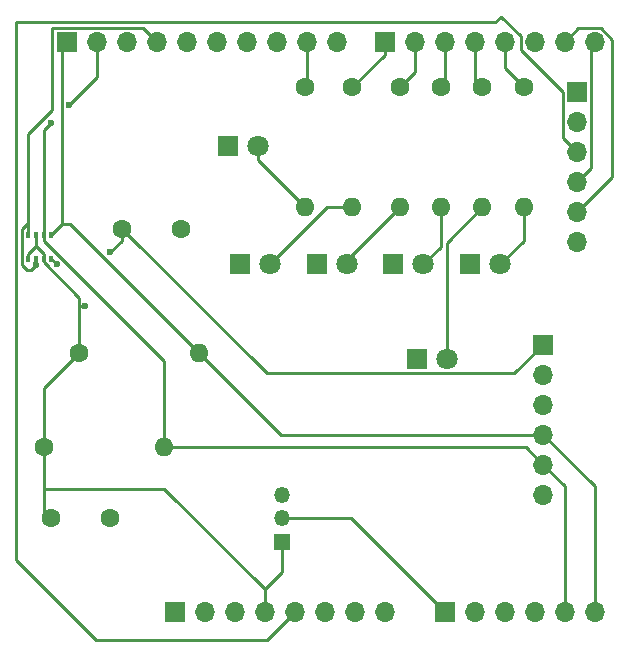
<source format=gbr>
%TF.GenerationSoftware,KiCad,Pcbnew,8.0.8*%
%TF.CreationDate,2025-03-12T21:02:29-06:00*%
%TF.ProjectId,PhaseD,50686173-6544-42e6-9b69-6361645f7063,rev?*%
%TF.SameCoordinates,Original*%
%TF.FileFunction,Copper,L1,Top*%
%TF.FilePolarity,Positive*%
%FSLAX46Y46*%
G04 Gerber Fmt 4.6, Leading zero omitted, Abs format (unit mm)*
G04 Created by KiCad (PCBNEW 8.0.8) date 2025-03-12 21:02:29*
%MOMM*%
%LPD*%
G01*
G04 APERTURE LIST*
%TA.AperFunction,ComponentPad*%
%ADD10R,1.700000X1.700000*%
%TD*%
%TA.AperFunction,ComponentPad*%
%ADD11O,1.700000X1.700000*%
%TD*%
%TA.AperFunction,ComponentPad*%
%ADD12R,1.800000X1.800000*%
%TD*%
%TA.AperFunction,ComponentPad*%
%ADD13C,1.800000*%
%TD*%
%TA.AperFunction,SMDPad,CuDef*%
%ADD14R,0.355600X0.508000*%
%TD*%
%TA.AperFunction,ComponentPad*%
%ADD15C,1.600000*%
%TD*%
%TA.AperFunction,ComponentPad*%
%ADD16O,1.600000X1.600000*%
%TD*%
%TA.AperFunction,ComponentPad*%
%ADD17R,1.350000X1.350000*%
%TD*%
%TA.AperFunction,ComponentPad*%
%ADD18O,1.350000X1.350000*%
%TD*%
%TA.AperFunction,ViaPad*%
%ADD19C,0.600000*%
%TD*%
%TA.AperFunction,Conductor*%
%ADD20C,0.250000*%
%TD*%
G04 APERTURE END LIST*
D10*
%TO.P,J1,1,Pin_1*%
%TO.N,unconnected-(J1-Pin_1-Pad1)*%
X127940000Y-97460000D03*
D11*
%TO.P,J1,2,Pin_2*%
%TO.N,/IOREF*%
X130480000Y-97460000D03*
%TO.P,J1,3,Pin_3*%
%TO.N,/~{RESET}*%
X133020000Y-97460000D03*
%TO.P,J1,4,Pin_4*%
%TO.N,+3V3*%
X135560000Y-97460000D03*
%TO.P,J1,5,Pin_5*%
%TO.N,+5V*%
X138100000Y-97460000D03*
%TO.P,J1,6,Pin_6*%
%TO.N,GND*%
X140640000Y-97460000D03*
%TO.P,J1,7,Pin_7*%
X143180000Y-97460000D03*
%TO.P,J1,8,Pin_8*%
%TO.N,VCC*%
X145720000Y-97460000D03*
%TD*%
D10*
%TO.P,J3,1,Pin_1*%
%TO.N,/External temp sensor*%
X150800000Y-97460000D03*
D11*
%TO.P,J3,2,Pin_2*%
%TO.N,/A1*%
X153340000Y-97460000D03*
%TO.P,J3,3,Pin_3*%
%TO.N,/A2*%
X155880000Y-97460000D03*
%TO.P,J3,4,Pin_4*%
%TO.N,/A3*%
X158420000Y-97460000D03*
%TO.P,J3,5,Pin_5*%
%TO.N,/SDA{slash}A4*%
X160960000Y-97460000D03*
%TO.P,J3,6,Pin_6*%
%TO.N,/SCL{slash}A5*%
X163500000Y-97460000D03*
%TD*%
D10*
%TO.P,J2,1,Pin_1*%
%TO.N,/SCL{slash}A5*%
X118796000Y-49200000D03*
D11*
%TO.P,J2,2,Pin_2*%
%TO.N,/SDA{slash}A4*%
X121336000Y-49200000D03*
%TO.P,J2,3,Pin_3*%
%TO.N,/AREF*%
X123876000Y-49200000D03*
%TO.P,J2,4,Pin_4*%
%TO.N,GND*%
X126416000Y-49200000D03*
%TO.P,J2,5,Pin_5*%
%TO.N,/13*%
X128956000Y-49200000D03*
%TO.P,J2,6,Pin_6*%
%TO.N,/12*%
X131496000Y-49200000D03*
%TO.P,J2,7,Pin_7*%
%TO.N,/\u002A11*%
X134036000Y-49200000D03*
%TO.P,J2,8,Pin_8*%
%TO.N,/\u002A10*%
X136576000Y-49200000D03*
%TO.P,J2,9,Pin_9*%
%TO.N,/Accelerometer LED*%
X139116000Y-49200000D03*
%TO.P,J2,10,Pin_10*%
%TO.N,/8*%
X141656000Y-49200000D03*
%TD*%
D10*
%TO.P,J4,1,Pin_1*%
%TO.N,/Pressure LED*%
X145720000Y-49200000D03*
D11*
%TO.P,J4,2,Pin_2*%
%TO.N,/Humidity LED*%
X148260000Y-49200000D03*
%TO.P,J4,3,Pin_3*%
%TO.N,/External temp LED*%
X150800000Y-49200000D03*
%TO.P,J4,4,Pin_4*%
%TO.N,/Internal Temp LED*%
X153340000Y-49200000D03*
%TO.P,J4,5,Pin_5*%
%TO.N,/Arduino on LED*%
X155880000Y-49200000D03*
%TO.P,J4,6,Pin_6*%
%TO.N,/2*%
X158420000Y-49200000D03*
%TO.P,J4,7,Pin_7*%
%TO.N,/RX openlog*%
X160960000Y-49200000D03*
%TO.P,J4,8,Pin_8*%
%TO.N,/TX openlog*%
X163500000Y-49200000D03*
%TD*%
D12*
%TO.P,D2,1,K*%
%TO.N,GND*%
X148460000Y-76000000D03*
D13*
%TO.P,D2,2,A*%
%TO.N,Net-(D2-A)*%
X151000000Y-76000000D03*
%TD*%
D14*
%TO.P,U1,8,VDD*%
%TO.N,+3V3*%
X115550002Y-67549998D03*
%TO.P,U1,7,GND*%
%TO.N,GND*%
X116200000Y-67549998D03*
%TO.P,U1,6,VDDIO*%
%TO.N,+3V3*%
X116850002Y-67549998D03*
%TO.P,U1,5,SDO*%
%TO.N,GND*%
X117500000Y-67549998D03*
%TO.P,U1,4,SCK*%
%TO.N,/SCL{slash}A5*%
X117500000Y-65500000D03*
%TO.P,U1,3,SDI*%
%TO.N,/SDA{slash}A4*%
X116850002Y-65500000D03*
%TO.P,U1,2,CSB*%
%TO.N,+3V3*%
X116200000Y-65500000D03*
%TO.P,U1,1,GND*%
%TO.N,GND*%
X115550002Y-65500000D03*
%TD*%
D15*
%TO.P,R1,1*%
%TO.N,/Arduino on LED*%
X157500000Y-53000000D03*
D16*
%TO.P,R1,2*%
%TO.N,Net-(D1-A)*%
X157500000Y-63160000D03*
%TD*%
D15*
%TO.P,C2,1*%
%TO.N,+3V3*%
X117500000Y-89500000D03*
%TO.P,C2,2*%
%TO.N,GND*%
X122500000Y-89500000D03*
%TD*%
%TO.P,R6,1*%
%TO.N,/Accelerometer LED*%
X139000000Y-53000000D03*
D16*
%TO.P,R6,2*%
%TO.N,Net-(D6-A)*%
X139000000Y-63160000D03*
%TD*%
D15*
%TO.P,R2,1*%
%TO.N,/Internal Temp LED*%
X154000000Y-53000000D03*
D16*
%TO.P,R2,2*%
%TO.N,Net-(D2-A)*%
X154000000Y-63160000D03*
%TD*%
D12*
%TO.P,D1,1,K*%
%TO.N,GND*%
X152960000Y-68000000D03*
D13*
%TO.P,D1,2,A*%
%TO.N,Net-(D1-A)*%
X155500000Y-68000000D03*
%TD*%
D15*
%TO.P,R7,1*%
%TO.N,+3V3*%
X116840000Y-83500000D03*
D16*
%TO.P,R7,2*%
%TO.N,/SDA{slash}A4*%
X127000000Y-83500000D03*
%TD*%
D17*
%TO.P,J7,1,Pin_1*%
%TO.N,+3V3*%
X137000000Y-91500000D03*
D18*
%TO.P,J7,2,Pin_2*%
%TO.N,/External temp sensor*%
X137000000Y-89500000D03*
%TO.P,J7,3,Pin_3*%
%TO.N,GND*%
X137000000Y-87500000D03*
%TD*%
D10*
%TO.P,J5,1,Pin_1*%
%TO.N,unconnected-(J5-Pin_1-Pad1)*%
X162000000Y-53420000D03*
D11*
%TO.P,J5,2,Pin_2*%
%TO.N,GND*%
X162000000Y-55960000D03*
%TO.P,J5,3,Pin_3*%
%TO.N,+5V*%
X162000000Y-58500000D03*
%TO.P,J5,4,Pin_4*%
%TO.N,/TX openlog*%
X162000000Y-61040000D03*
%TO.P,J5,5,Pin_5*%
%TO.N,/RX openlog*%
X162000000Y-63580000D03*
%TO.P,J5,6,Pin_6*%
%TO.N,unconnected-(J5-Pin_6-Pad6)*%
X162000000Y-66120000D03*
%TD*%
D15*
%TO.P,R3,1*%
%TO.N,/External temp LED*%
X150500000Y-53000000D03*
D16*
%TO.P,R3,2*%
%TO.N,Net-(D3-A)*%
X150500000Y-63160000D03*
%TD*%
D15*
%TO.P,C1,1*%
%TO.N,+3V3*%
X123500000Y-65000000D03*
%TO.P,C1,2*%
%TO.N,GND*%
X128500000Y-65000000D03*
%TD*%
D12*
%TO.P,D5,1,K*%
%TO.N,GND*%
X133460000Y-68000000D03*
D13*
%TO.P,D5,2,A*%
%TO.N,Net-(D5-A)*%
X136000000Y-68000000D03*
%TD*%
D12*
%TO.P,D3,1,K*%
%TO.N,GND*%
X146460000Y-68000000D03*
D13*
%TO.P,D3,2,A*%
%TO.N,Net-(D3-A)*%
X149000000Y-68000000D03*
%TD*%
D15*
%TO.P,R5,1*%
%TO.N,/Pressure LED*%
X143000000Y-53000000D03*
D16*
%TO.P,R5,2*%
%TO.N,Net-(D5-A)*%
X143000000Y-63160000D03*
%TD*%
D12*
%TO.P,D6,1,K*%
%TO.N,GND*%
X132460000Y-58000000D03*
D13*
%TO.P,D6,2,A*%
%TO.N,Net-(D6-A)*%
X135000000Y-58000000D03*
%TD*%
D12*
%TO.P,D4,1,K*%
%TO.N,GND*%
X139960000Y-68000000D03*
D13*
%TO.P,D4,2,A*%
%TO.N,Net-(D4-A)*%
X142500000Y-68000000D03*
%TD*%
D15*
%TO.P,R4,1*%
%TO.N,/Humidity LED*%
X147000000Y-53000000D03*
D16*
%TO.P,R4,2*%
%TO.N,Net-(D4-A)*%
X147000000Y-63160000D03*
%TD*%
D15*
%TO.P,R8,1*%
%TO.N,+3V3*%
X119840000Y-75500000D03*
D16*
%TO.P,R8,2*%
%TO.N,/SCL{slash}A5*%
X130000000Y-75500000D03*
%TD*%
D10*
%TO.P,J6,1,Pin_1*%
%TO.N,+3V3*%
X159110000Y-74800000D03*
D11*
%TO.P,J6,2,Pin_2*%
%TO.N,unconnected-(J6-Pin_2-Pad2)*%
X159110000Y-77340000D03*
%TO.P,J6,3,Pin_3*%
%TO.N,GND*%
X159110000Y-79880000D03*
%TO.P,J6,4,Pin_4*%
%TO.N,/SCL{slash}A5*%
X159110000Y-82420000D03*
%TO.P,J6,5,Pin_5*%
%TO.N,/SDA{slash}A4*%
X159110000Y-84960000D03*
%TO.P,J6,6,Pin_6*%
%TO.N,unconnected-(J6-Pin_6-Pad6)*%
X159110000Y-87500000D03*
%TD*%
D19*
%TO.N,GND*%
X117981059Y-68018941D03*
X116200000Y-68053998D03*
%TO.N,/SDA{slash}A4*%
X119000000Y-54500000D03*
X117500000Y-56000000D03*
%TO.N,+3V3*%
X120340000Y-71500000D03*
X122500000Y-67000000D03*
%TD*%
D20*
%TO.N,GND*%
X117512116Y-67549998D02*
X117981059Y-68018941D01*
X117500000Y-67549998D02*
X117512116Y-67549998D01*
X116200000Y-67549998D02*
X116200000Y-68053998D01*
X117586000Y-48025000D02*
X117586000Y-54914000D01*
X115550002Y-56949998D02*
X115550002Y-64500000D01*
X115753998Y-68500000D02*
X115418204Y-68500000D01*
X115876999Y-68376999D02*
X115753998Y-68500000D01*
X117586000Y-54914000D02*
X115550002Y-56949998D01*
X116200000Y-68053998D02*
X115876999Y-68376999D01*
X126416000Y-49200000D02*
X125241000Y-48025000D01*
X115418204Y-68500000D02*
X115000000Y-68081796D01*
X115000000Y-68081796D02*
X115000000Y-65050002D01*
X125241000Y-48025000D02*
X117586000Y-48025000D01*
X115550002Y-64500000D02*
X115550002Y-65500000D01*
X115000000Y-65050002D02*
X115550002Y-64500000D01*
%TO.N,+5V*%
X160825000Y-53426040D02*
X157245000Y-49846040D01*
X114550000Y-93050000D02*
X121300000Y-99800000D01*
X160825000Y-57325000D02*
X160825000Y-53426040D01*
X162000000Y-58500000D02*
X160825000Y-57325000D01*
X157245000Y-49846040D02*
X157245000Y-48713299D01*
X114550000Y-47475000D02*
X114550000Y-93050000D01*
X135760000Y-99800000D02*
X138100000Y-97460000D01*
X157245000Y-48713299D02*
X155556701Y-47025000D01*
X114550000Y-47475000D02*
X155106701Y-47475000D01*
X121300000Y-99800000D02*
X135760000Y-99800000D01*
X155106701Y-47475000D02*
X155556701Y-47025000D01*
%TO.N,Net-(D1-A)*%
X157500000Y-66000000D02*
X155500000Y-68000000D01*
X157500000Y-63160000D02*
X157500000Y-66000000D01*
%TO.N,/SDA{slash}A4*%
X119000000Y-54500000D02*
X121336000Y-52164000D01*
X127000000Y-83500000D02*
X157650000Y-83500000D01*
X159110000Y-84960000D02*
X160960000Y-86810000D01*
X116850002Y-56649998D02*
X117500000Y-56000000D01*
X160960000Y-86810000D02*
X160960000Y-97460000D01*
X116850002Y-65500000D02*
X116850002Y-56649998D01*
X121336000Y-52164000D02*
X121336000Y-49200000D01*
X116850002Y-66004000D02*
X127000000Y-76153998D01*
X127000000Y-76153998D02*
X127000000Y-83500000D01*
X157650000Y-83500000D02*
X159110000Y-84960000D01*
X116850002Y-65500000D02*
X116850002Y-66004000D01*
%TO.N,/SCL{slash}A5*%
X118375000Y-49621000D02*
X118375000Y-64625000D01*
X118375000Y-64625000D02*
X119125000Y-64625000D01*
X119125000Y-64625000D02*
X130000000Y-75500000D01*
X163500000Y-86810000D02*
X159110000Y-82420000D01*
X130000000Y-75500000D02*
X136920000Y-82420000D01*
X118375000Y-64625000D02*
X117500000Y-65500000D01*
X118796000Y-49200000D02*
X118375000Y-49621000D01*
X136920000Y-82420000D02*
X159110000Y-82420000D01*
X163500000Y-97460000D02*
X163500000Y-86810000D01*
%TO.N,Net-(D2-A)*%
X154000000Y-63160000D02*
X151000000Y-66160000D01*
X151000000Y-66160000D02*
X151000000Y-76000000D01*
%TO.N,Net-(D3-A)*%
X150500000Y-66500000D02*
X149000000Y-68000000D01*
X150500000Y-63160000D02*
X150500000Y-66500000D01*
%TO.N,Net-(D4-A)*%
X147000000Y-63160000D02*
X142500000Y-67660000D01*
X142500000Y-67660000D02*
X142500000Y-68000000D01*
%TO.N,Net-(D5-A)*%
X140840000Y-63160000D02*
X136000000Y-68000000D01*
X143000000Y-63160000D02*
X140840000Y-63160000D01*
%TO.N,Net-(D6-A)*%
X135000000Y-59160000D02*
X139000000Y-63160000D01*
X135000000Y-58000000D02*
X135000000Y-59160000D01*
%TO.N,/Accelerometer LED*%
X139116000Y-49200000D02*
X139116000Y-52884000D01*
X139116000Y-52884000D02*
X139000000Y-53000000D01*
%TO.N,/External temp sensor*%
X137000000Y-89500000D02*
X142840000Y-89500000D01*
X142840000Y-89500000D02*
X150800000Y-97460000D01*
%TO.N,/RX openlog*%
X164025000Y-48025000D02*
X165000000Y-49000000D01*
X165000000Y-49000000D02*
X165000000Y-60580000D01*
X162135000Y-48025000D02*
X164025000Y-48025000D01*
X160960000Y-49200000D02*
X162135000Y-48025000D01*
X160960000Y-49200000D02*
X161200000Y-49200000D01*
X165000000Y-60580000D02*
X162000000Y-63580000D01*
%TO.N,+3V3*%
X116840000Y-78500000D02*
X119840000Y-75500000D01*
X116850002Y-67549998D02*
X116850002Y-67118200D01*
X135560000Y-97460000D02*
X135560000Y-95500000D01*
X116850002Y-67850002D02*
X119840000Y-70840000D01*
X116840000Y-83500000D02*
X116840000Y-87000000D01*
X119840000Y-70840000D02*
X119840000Y-71500000D01*
X159110000Y-74800000D02*
X156685000Y-77225000D01*
X116840000Y-87000000D02*
X127060000Y-87000000D01*
X137000000Y-94060000D02*
X135560000Y-95500000D01*
X123500000Y-65000000D02*
X123500000Y-66000000D01*
X116200000Y-65500000D02*
X116200000Y-66468198D01*
X115550002Y-67118196D02*
X115550002Y-67549998D01*
X116840000Y-83500000D02*
X116840000Y-78500000D01*
X119840000Y-71500000D02*
X119840000Y-75500000D01*
X137000000Y-91500000D02*
X137000000Y-94060000D01*
X116840000Y-88840000D02*
X117500000Y-89500000D01*
X116200000Y-66468198D02*
X115550002Y-67118196D01*
X120340000Y-71500000D02*
X119840000Y-71500000D01*
X135725000Y-77225000D02*
X123500000Y-65000000D01*
X116850002Y-67549998D02*
X116850002Y-67850002D01*
X123500000Y-66000000D02*
X122500000Y-67000000D01*
X116850002Y-67118200D02*
X116200000Y-66468198D01*
X156685000Y-77225000D02*
X135725000Y-77225000D01*
X127060000Y-87000000D02*
X135560000Y-95500000D01*
X116840000Y-87000000D02*
X116840000Y-88840000D01*
%TO.N,/Pressure LED*%
X145720000Y-50280000D02*
X143000000Y-53000000D01*
X145720000Y-49200000D02*
X145720000Y-50280000D01*
%TO.N,/Arduino on LED*%
X155880000Y-51380000D02*
X157500000Y-53000000D01*
X155880000Y-49200000D02*
X155880000Y-51380000D01*
%TO.N,/TX openlog*%
X163175000Y-59865000D02*
X162000000Y-61040000D01*
X163175000Y-49525000D02*
X163175000Y-59865000D01*
X163500000Y-49200000D02*
X163175000Y-49525000D01*
%TO.N,/Humidity LED*%
X148260000Y-51740000D02*
X147000000Y-53000000D01*
X148260000Y-49200000D02*
X148260000Y-51740000D01*
%TO.N,/Internal Temp LED*%
X153340000Y-49200000D02*
X153340000Y-52340000D01*
X153340000Y-52340000D02*
X154000000Y-53000000D01*
%TO.N,/External temp LED*%
X150800000Y-52700000D02*
X150500000Y-53000000D01*
X150800000Y-49200000D02*
X150800000Y-52700000D01*
%TD*%
M02*

</source>
